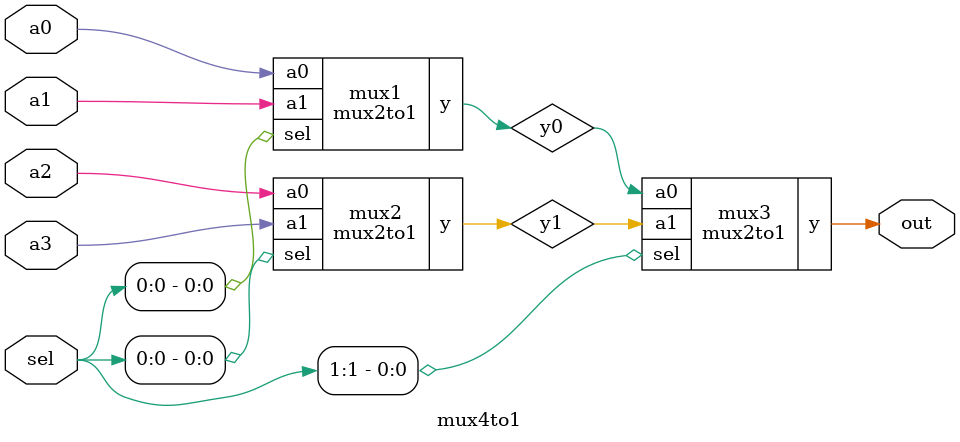
<source format=sv>
module mux2to1(input logic a0,a1,
    input logic sel,
    output logic y);
    
    assign y = sel? a1:a0;
endmodule

module mux4to1(input logic a0,a1,a2,a3,
    input logic [0:1]sel,
    output logic out);
    
    logic y0,y1;
    
    mux2to1 mux1(a0, a1, sel[0], y0);
    mux2to1 mux2(a2, a3, sel[0], y1);
    mux2to1 mux3(y0, y1, sel[1], out);
endmodule
</source>
